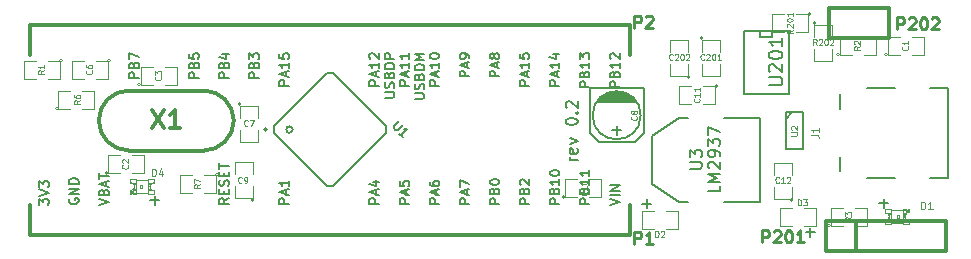
<source format=gto>
G04 (created by PCBNEW (2013-07-07 BZR 4022)-stable) date 08/01/2015 19:31:04*
%MOIN*%
G04 Gerber Fmt 3.4, Leading zero omitted, Abs format*
%FSLAX34Y34*%
G01*
G70*
G90*
G04 APERTURE LIST*
%ADD10C,0.00590551*%
%ADD11C,0.005*%
%ADD12C,0.00787402*%
%ADD13C,0.012*%
%ADD14C,0.0039*%
%ADD15C,0.0125*%
%ADD16C,0.008*%
%ADD17C,0.0026*%
%ADD18C,0.004*%
%ADD19C,0.002*%
%ADD20C,0.01*%
%ADD21C,0.0043*%
%ADD22C,0.0035*%
%ADD23C,0.0047*%
%ADD24C,0.0059*%
%ADD25C,0.006*%
%ADD26C,0.009*%
G04 APERTURE END LIST*
G54D10*
G54D11*
X47335Y-33274D02*
X47013Y-33274D01*
X47013Y-33151D01*
X47028Y-33120D01*
X47043Y-33105D01*
X47074Y-33090D01*
X47120Y-33090D01*
X47151Y-33105D01*
X47166Y-33120D01*
X47181Y-33151D01*
X47181Y-33274D01*
X47166Y-32844D02*
X47181Y-32798D01*
X47197Y-32783D01*
X47227Y-32768D01*
X47273Y-32768D01*
X47304Y-32783D01*
X47319Y-32798D01*
X47335Y-32829D01*
X47335Y-32952D01*
X47013Y-32952D01*
X47013Y-32844D01*
X47028Y-32814D01*
X47043Y-32798D01*
X47074Y-32783D01*
X47105Y-32783D01*
X47135Y-32798D01*
X47151Y-32814D01*
X47166Y-32844D01*
X47166Y-32952D01*
X47013Y-32660D02*
X47013Y-32446D01*
X47335Y-32584D01*
X49338Y-33274D02*
X49016Y-33274D01*
X49016Y-33151D01*
X49031Y-33120D01*
X49047Y-33105D01*
X49077Y-33090D01*
X49123Y-33090D01*
X49154Y-33105D01*
X49169Y-33120D01*
X49185Y-33151D01*
X49185Y-33274D01*
X49169Y-32844D02*
X49185Y-32798D01*
X49200Y-32783D01*
X49231Y-32768D01*
X49277Y-32768D01*
X49307Y-32783D01*
X49323Y-32798D01*
X49338Y-32829D01*
X49338Y-32952D01*
X49016Y-32952D01*
X49016Y-32844D01*
X49031Y-32814D01*
X49047Y-32798D01*
X49077Y-32783D01*
X49108Y-32783D01*
X49139Y-32798D01*
X49154Y-32814D01*
X49169Y-32844D01*
X49169Y-32952D01*
X49016Y-32476D02*
X49016Y-32630D01*
X49169Y-32645D01*
X49154Y-32630D01*
X49139Y-32599D01*
X49139Y-32522D01*
X49154Y-32492D01*
X49169Y-32476D01*
X49200Y-32461D01*
X49277Y-32461D01*
X49307Y-32476D01*
X49323Y-32492D01*
X49338Y-32522D01*
X49338Y-32599D01*
X49323Y-32630D01*
X49307Y-32645D01*
X50339Y-33274D02*
X50017Y-33274D01*
X50017Y-33151D01*
X50033Y-33120D01*
X50048Y-33105D01*
X50079Y-33090D01*
X50125Y-33090D01*
X50155Y-33105D01*
X50171Y-33120D01*
X50186Y-33151D01*
X50186Y-33274D01*
X50171Y-32844D02*
X50186Y-32798D01*
X50201Y-32783D01*
X50232Y-32768D01*
X50278Y-32768D01*
X50309Y-32783D01*
X50324Y-32798D01*
X50339Y-32829D01*
X50339Y-32952D01*
X50017Y-32952D01*
X50017Y-32844D01*
X50033Y-32814D01*
X50048Y-32798D01*
X50079Y-32783D01*
X50109Y-32783D01*
X50140Y-32798D01*
X50155Y-32814D01*
X50171Y-32844D01*
X50171Y-32952D01*
X50125Y-32492D02*
X50339Y-32492D01*
X50002Y-32568D02*
X50232Y-32645D01*
X50232Y-32446D01*
X51341Y-33274D02*
X51019Y-33274D01*
X51019Y-33151D01*
X51034Y-33120D01*
X51050Y-33105D01*
X51080Y-33090D01*
X51126Y-33090D01*
X51157Y-33105D01*
X51172Y-33120D01*
X51188Y-33151D01*
X51188Y-33274D01*
X51172Y-32844D02*
X51188Y-32798D01*
X51203Y-32783D01*
X51234Y-32768D01*
X51280Y-32768D01*
X51310Y-32783D01*
X51326Y-32798D01*
X51341Y-32829D01*
X51341Y-32952D01*
X51019Y-32952D01*
X51019Y-32844D01*
X51034Y-32814D01*
X51050Y-32798D01*
X51080Y-32783D01*
X51111Y-32783D01*
X51142Y-32798D01*
X51157Y-32814D01*
X51172Y-32844D01*
X51172Y-32952D01*
X51019Y-32660D02*
X51019Y-32461D01*
X51142Y-32568D01*
X51142Y-32522D01*
X51157Y-32492D01*
X51172Y-32476D01*
X51203Y-32461D01*
X51280Y-32461D01*
X51310Y-32476D01*
X51326Y-32492D01*
X51341Y-32522D01*
X51341Y-32614D01*
X51326Y-32645D01*
X51310Y-32660D01*
X52343Y-33534D02*
X52021Y-33534D01*
X52021Y-33411D01*
X52036Y-33381D01*
X52051Y-33365D01*
X52082Y-33350D01*
X52128Y-33350D01*
X52159Y-33365D01*
X52174Y-33381D01*
X52189Y-33411D01*
X52189Y-33534D01*
X52251Y-33227D02*
X52251Y-33074D01*
X52343Y-33258D02*
X52021Y-33151D01*
X52343Y-33043D01*
X52343Y-32767D02*
X52343Y-32951D01*
X52343Y-32859D02*
X52021Y-32859D01*
X52067Y-32890D01*
X52097Y-32921D01*
X52113Y-32951D01*
X52021Y-32476D02*
X52021Y-32630D01*
X52174Y-32645D01*
X52159Y-32630D01*
X52143Y-32599D01*
X52143Y-32522D01*
X52159Y-32492D01*
X52174Y-32476D01*
X52205Y-32461D01*
X52281Y-32461D01*
X52312Y-32476D01*
X52327Y-32492D01*
X52343Y-32522D01*
X52343Y-32599D01*
X52327Y-32630D01*
X52312Y-32645D01*
X55347Y-33534D02*
X55025Y-33534D01*
X55025Y-33411D01*
X55041Y-33381D01*
X55056Y-33365D01*
X55087Y-33350D01*
X55133Y-33350D01*
X55163Y-33365D01*
X55179Y-33381D01*
X55194Y-33411D01*
X55194Y-33534D01*
X55255Y-33227D02*
X55255Y-33074D01*
X55347Y-33258D02*
X55025Y-33151D01*
X55347Y-33043D01*
X55347Y-32767D02*
X55347Y-32951D01*
X55347Y-32859D02*
X55025Y-32859D01*
X55071Y-32890D01*
X55102Y-32921D01*
X55117Y-32951D01*
X55056Y-32645D02*
X55041Y-32630D01*
X55025Y-32599D01*
X55025Y-32522D01*
X55041Y-32492D01*
X55056Y-32476D01*
X55087Y-32461D01*
X55117Y-32461D01*
X55163Y-32476D01*
X55347Y-32660D01*
X55347Y-32461D01*
X55526Y-33933D02*
X55787Y-33933D01*
X55818Y-33918D01*
X55833Y-33902D01*
X55848Y-33872D01*
X55848Y-33810D01*
X55833Y-33780D01*
X55818Y-33764D01*
X55787Y-33749D01*
X55526Y-33749D01*
X55833Y-33611D02*
X55848Y-33565D01*
X55848Y-33488D01*
X55833Y-33458D01*
X55818Y-33442D01*
X55787Y-33427D01*
X55756Y-33427D01*
X55726Y-33442D01*
X55710Y-33458D01*
X55695Y-33488D01*
X55680Y-33550D01*
X55664Y-33580D01*
X55649Y-33596D01*
X55618Y-33611D01*
X55588Y-33611D01*
X55557Y-33596D01*
X55542Y-33580D01*
X55526Y-33550D01*
X55526Y-33473D01*
X55542Y-33427D01*
X55680Y-33182D02*
X55695Y-33136D01*
X55710Y-33120D01*
X55741Y-33105D01*
X55787Y-33105D01*
X55818Y-33120D01*
X55833Y-33136D01*
X55848Y-33166D01*
X55848Y-33289D01*
X55526Y-33289D01*
X55526Y-33182D01*
X55542Y-33151D01*
X55557Y-33136D01*
X55588Y-33120D01*
X55618Y-33120D01*
X55649Y-33136D01*
X55664Y-33151D01*
X55680Y-33182D01*
X55680Y-33289D01*
X55848Y-32967D02*
X55526Y-32967D01*
X55526Y-32890D01*
X55542Y-32844D01*
X55572Y-32814D01*
X55603Y-32798D01*
X55664Y-32783D01*
X55710Y-32783D01*
X55772Y-32798D01*
X55802Y-32814D01*
X55833Y-32844D01*
X55848Y-32890D01*
X55848Y-32967D01*
X55848Y-32645D02*
X55526Y-32645D01*
X55526Y-32522D01*
X55542Y-32492D01*
X55557Y-32476D01*
X55588Y-32461D01*
X55634Y-32461D01*
X55664Y-32476D01*
X55680Y-32492D01*
X55695Y-32522D01*
X55695Y-32645D01*
X56349Y-33534D02*
X56027Y-33534D01*
X56027Y-33411D01*
X56042Y-33381D01*
X56058Y-33365D01*
X56088Y-33350D01*
X56134Y-33350D01*
X56165Y-33365D01*
X56180Y-33381D01*
X56196Y-33411D01*
X56196Y-33534D01*
X56257Y-33227D02*
X56257Y-33074D01*
X56349Y-33258D02*
X56027Y-33151D01*
X56349Y-33043D01*
X56349Y-32767D02*
X56349Y-32951D01*
X56349Y-32859D02*
X56027Y-32859D01*
X56073Y-32890D01*
X56104Y-32921D01*
X56119Y-32951D01*
X56349Y-32461D02*
X56349Y-32645D01*
X56349Y-32553D02*
X56027Y-32553D01*
X56073Y-32584D01*
X56104Y-32614D01*
X56119Y-32645D01*
X56528Y-33979D02*
X56789Y-33979D01*
X56819Y-33964D01*
X56835Y-33948D01*
X56850Y-33918D01*
X56850Y-33856D01*
X56835Y-33826D01*
X56819Y-33810D01*
X56789Y-33795D01*
X56528Y-33795D01*
X56835Y-33657D02*
X56850Y-33611D01*
X56850Y-33534D01*
X56835Y-33504D01*
X56819Y-33488D01*
X56789Y-33473D01*
X56758Y-33473D01*
X56727Y-33488D01*
X56712Y-33504D01*
X56697Y-33534D01*
X56681Y-33596D01*
X56666Y-33626D01*
X56651Y-33642D01*
X56620Y-33657D01*
X56589Y-33657D01*
X56559Y-33642D01*
X56543Y-33626D01*
X56528Y-33596D01*
X56528Y-33519D01*
X56543Y-33473D01*
X56681Y-33228D02*
X56697Y-33182D01*
X56712Y-33166D01*
X56743Y-33151D01*
X56789Y-33151D01*
X56819Y-33166D01*
X56835Y-33182D01*
X56850Y-33212D01*
X56850Y-33335D01*
X56528Y-33335D01*
X56528Y-33228D01*
X56543Y-33197D01*
X56559Y-33182D01*
X56589Y-33166D01*
X56620Y-33166D01*
X56651Y-33182D01*
X56666Y-33197D01*
X56681Y-33228D01*
X56681Y-33335D01*
X56850Y-33013D02*
X56528Y-33013D01*
X56528Y-32936D01*
X56543Y-32890D01*
X56574Y-32860D01*
X56605Y-32844D01*
X56666Y-32829D01*
X56712Y-32829D01*
X56773Y-32844D01*
X56804Y-32860D01*
X56835Y-32890D01*
X56850Y-32936D01*
X56850Y-33013D01*
X56850Y-32691D02*
X56528Y-32691D01*
X56758Y-32584D01*
X56528Y-32476D01*
X56850Y-32476D01*
X57351Y-33534D02*
X57029Y-33534D01*
X57029Y-33411D01*
X57044Y-33381D01*
X57059Y-33365D01*
X57090Y-33350D01*
X57136Y-33350D01*
X57167Y-33365D01*
X57182Y-33381D01*
X57197Y-33411D01*
X57197Y-33534D01*
X57259Y-33227D02*
X57259Y-33074D01*
X57351Y-33258D02*
X57029Y-33151D01*
X57351Y-33043D01*
X57351Y-32767D02*
X57351Y-32951D01*
X57351Y-32859D02*
X57029Y-32859D01*
X57075Y-32890D01*
X57105Y-32921D01*
X57121Y-32951D01*
X57029Y-32568D02*
X57029Y-32538D01*
X57044Y-32507D01*
X57059Y-32492D01*
X57090Y-32476D01*
X57151Y-32461D01*
X57228Y-32461D01*
X57289Y-32476D01*
X57320Y-32492D01*
X57335Y-32507D01*
X57351Y-32538D01*
X57351Y-32568D01*
X57335Y-32599D01*
X57320Y-32614D01*
X57289Y-32630D01*
X57228Y-32645D01*
X57151Y-32645D01*
X57090Y-32630D01*
X57059Y-32614D01*
X57044Y-32599D01*
X57029Y-32568D01*
X58352Y-33228D02*
X58030Y-33228D01*
X58030Y-33105D01*
X58046Y-33074D01*
X58061Y-33059D01*
X58092Y-33044D01*
X58138Y-33044D01*
X58168Y-33059D01*
X58184Y-33074D01*
X58199Y-33105D01*
X58199Y-33228D01*
X58260Y-32921D02*
X58260Y-32768D01*
X58352Y-32952D02*
X58030Y-32844D01*
X58352Y-32737D01*
X58352Y-32614D02*
X58352Y-32553D01*
X58337Y-32522D01*
X58322Y-32507D01*
X58276Y-32476D01*
X58214Y-32461D01*
X58092Y-32461D01*
X58061Y-32476D01*
X58046Y-32492D01*
X58030Y-32522D01*
X58030Y-32584D01*
X58046Y-32614D01*
X58061Y-32630D01*
X58092Y-32645D01*
X58168Y-32645D01*
X58199Y-32630D01*
X58214Y-32614D01*
X58230Y-32584D01*
X58230Y-32522D01*
X58214Y-32492D01*
X58199Y-32476D01*
X58168Y-32461D01*
X59354Y-33228D02*
X59032Y-33228D01*
X59032Y-33105D01*
X59047Y-33074D01*
X59063Y-33059D01*
X59093Y-33044D01*
X59139Y-33044D01*
X59170Y-33059D01*
X59185Y-33074D01*
X59201Y-33105D01*
X59201Y-33228D01*
X59262Y-32921D02*
X59262Y-32768D01*
X59354Y-32952D02*
X59032Y-32844D01*
X59354Y-32737D01*
X59170Y-32584D02*
X59155Y-32614D01*
X59139Y-32630D01*
X59109Y-32645D01*
X59093Y-32645D01*
X59063Y-32630D01*
X59047Y-32614D01*
X59032Y-32584D01*
X59032Y-32522D01*
X59047Y-32492D01*
X59063Y-32476D01*
X59093Y-32461D01*
X59109Y-32461D01*
X59139Y-32476D01*
X59155Y-32492D01*
X59170Y-32522D01*
X59170Y-32584D01*
X59185Y-32614D01*
X59201Y-32630D01*
X59231Y-32645D01*
X59293Y-32645D01*
X59323Y-32630D01*
X59339Y-32614D01*
X59354Y-32584D01*
X59354Y-32522D01*
X59339Y-32492D01*
X59323Y-32476D01*
X59293Y-32461D01*
X59231Y-32461D01*
X59201Y-32476D01*
X59185Y-32492D01*
X59170Y-32522D01*
X60355Y-33534D02*
X60033Y-33534D01*
X60033Y-33411D01*
X60049Y-33381D01*
X60064Y-33365D01*
X60095Y-33350D01*
X60141Y-33350D01*
X60171Y-33365D01*
X60187Y-33381D01*
X60202Y-33411D01*
X60202Y-33534D01*
X60263Y-33227D02*
X60263Y-33074D01*
X60355Y-33258D02*
X60033Y-33151D01*
X60355Y-33043D01*
X60355Y-32767D02*
X60355Y-32951D01*
X60355Y-32859D02*
X60033Y-32859D01*
X60079Y-32890D01*
X60110Y-32921D01*
X60125Y-32951D01*
X60033Y-32476D02*
X60033Y-32630D01*
X60187Y-32645D01*
X60171Y-32630D01*
X60156Y-32599D01*
X60156Y-32522D01*
X60171Y-32492D01*
X60187Y-32476D01*
X60217Y-32461D01*
X60294Y-32461D01*
X60325Y-32476D01*
X60340Y-32492D01*
X60355Y-32522D01*
X60355Y-32599D01*
X60340Y-32630D01*
X60325Y-32645D01*
X61357Y-33534D02*
X61035Y-33534D01*
X61035Y-33411D01*
X61050Y-33381D01*
X61066Y-33365D01*
X61096Y-33350D01*
X61142Y-33350D01*
X61173Y-33365D01*
X61188Y-33381D01*
X61204Y-33411D01*
X61204Y-33534D01*
X61265Y-33227D02*
X61265Y-33074D01*
X61357Y-33258D02*
X61035Y-33151D01*
X61357Y-33043D01*
X61357Y-32767D02*
X61357Y-32951D01*
X61357Y-32859D02*
X61035Y-32859D01*
X61081Y-32890D01*
X61112Y-32921D01*
X61127Y-32951D01*
X61142Y-32492D02*
X61357Y-32492D01*
X61020Y-32568D02*
X61250Y-32645D01*
X61250Y-32446D01*
X62359Y-33580D02*
X62037Y-33580D01*
X62037Y-33457D01*
X62052Y-33427D01*
X62067Y-33411D01*
X62098Y-33396D01*
X62144Y-33396D01*
X62175Y-33411D01*
X62190Y-33427D01*
X62205Y-33457D01*
X62205Y-33580D01*
X62190Y-33151D02*
X62205Y-33105D01*
X62221Y-33089D01*
X62251Y-33074D01*
X62297Y-33074D01*
X62328Y-33089D01*
X62343Y-33105D01*
X62359Y-33135D01*
X62359Y-33258D01*
X62037Y-33258D01*
X62037Y-33151D01*
X62052Y-33120D01*
X62067Y-33105D01*
X62098Y-33089D01*
X62129Y-33089D01*
X62159Y-33105D01*
X62175Y-33120D01*
X62190Y-33151D01*
X62190Y-33258D01*
X62359Y-32767D02*
X62359Y-32951D01*
X62359Y-32859D02*
X62037Y-32859D01*
X62083Y-32890D01*
X62113Y-32921D01*
X62129Y-32951D01*
X62037Y-32660D02*
X62037Y-32461D01*
X62159Y-32568D01*
X62159Y-32522D01*
X62175Y-32492D01*
X62190Y-32476D01*
X62221Y-32461D01*
X62297Y-32461D01*
X62328Y-32476D01*
X62343Y-32492D01*
X62359Y-32522D01*
X62359Y-32614D01*
X62343Y-32645D01*
X62328Y-32660D01*
X63360Y-33580D02*
X63038Y-33580D01*
X63038Y-33457D01*
X63054Y-33427D01*
X63069Y-33411D01*
X63100Y-33396D01*
X63146Y-33396D01*
X63176Y-33411D01*
X63192Y-33427D01*
X63207Y-33457D01*
X63207Y-33580D01*
X63192Y-33151D02*
X63207Y-33105D01*
X63222Y-33089D01*
X63253Y-33074D01*
X63299Y-33074D01*
X63330Y-33089D01*
X63345Y-33105D01*
X63360Y-33135D01*
X63360Y-33258D01*
X63038Y-33258D01*
X63038Y-33151D01*
X63054Y-33120D01*
X63069Y-33105D01*
X63100Y-33089D01*
X63130Y-33089D01*
X63161Y-33105D01*
X63176Y-33120D01*
X63192Y-33151D01*
X63192Y-33258D01*
X63360Y-32767D02*
X63360Y-32951D01*
X63360Y-32859D02*
X63038Y-32859D01*
X63084Y-32890D01*
X63115Y-32921D01*
X63130Y-32951D01*
X63069Y-32645D02*
X63054Y-32630D01*
X63038Y-32599D01*
X63038Y-32522D01*
X63054Y-32492D01*
X63069Y-32476D01*
X63100Y-32461D01*
X63130Y-32461D01*
X63176Y-32476D01*
X63360Y-32660D01*
X63360Y-32461D01*
X44008Y-37504D02*
X44008Y-37304D01*
X44131Y-37412D01*
X44131Y-37366D01*
X44146Y-37335D01*
X44161Y-37320D01*
X44192Y-37304D01*
X44269Y-37304D01*
X44299Y-37320D01*
X44315Y-37335D01*
X44330Y-37366D01*
X44330Y-37458D01*
X44315Y-37488D01*
X44299Y-37504D01*
X44008Y-37212D02*
X44330Y-37105D01*
X44008Y-36998D01*
X44008Y-36921D02*
X44008Y-36722D01*
X44131Y-36829D01*
X44131Y-36783D01*
X44146Y-36752D01*
X44161Y-36737D01*
X44192Y-36722D01*
X44269Y-36722D01*
X44299Y-36737D01*
X44315Y-36752D01*
X44330Y-36783D01*
X44330Y-36875D01*
X44315Y-36906D01*
X44299Y-36921D01*
X45025Y-37304D02*
X45009Y-37335D01*
X45009Y-37381D01*
X45025Y-37427D01*
X45055Y-37458D01*
X45086Y-37473D01*
X45147Y-37488D01*
X45193Y-37488D01*
X45255Y-37473D01*
X45285Y-37458D01*
X45316Y-37427D01*
X45331Y-37381D01*
X45331Y-37350D01*
X45316Y-37304D01*
X45301Y-37289D01*
X45193Y-37289D01*
X45193Y-37350D01*
X45331Y-37151D02*
X45009Y-37151D01*
X45331Y-36967D01*
X45009Y-36967D01*
X45331Y-36814D02*
X45009Y-36814D01*
X45009Y-36737D01*
X45025Y-36691D01*
X45055Y-36660D01*
X45086Y-36645D01*
X45147Y-36630D01*
X45193Y-36630D01*
X45255Y-36645D01*
X45285Y-36660D01*
X45316Y-36691D01*
X45331Y-36737D01*
X45331Y-36814D01*
X46011Y-37519D02*
X46333Y-37412D01*
X46011Y-37304D01*
X46164Y-37090D02*
X46180Y-37044D01*
X46195Y-37028D01*
X46226Y-37013D01*
X46272Y-37013D01*
X46302Y-37028D01*
X46318Y-37044D01*
X46333Y-37074D01*
X46333Y-37197D01*
X46011Y-37197D01*
X46011Y-37090D01*
X46026Y-37059D01*
X46042Y-37044D01*
X46072Y-37028D01*
X46103Y-37028D01*
X46134Y-37044D01*
X46149Y-37059D01*
X46164Y-37090D01*
X46164Y-37197D01*
X46241Y-36890D02*
X46241Y-36737D01*
X46333Y-36921D02*
X46011Y-36814D01*
X46333Y-36706D01*
X46011Y-36645D02*
X46011Y-36461D01*
X46333Y-36553D02*
X46011Y-36553D01*
X50339Y-37289D02*
X50186Y-37396D01*
X50339Y-37473D02*
X50017Y-37473D01*
X50017Y-37350D01*
X50033Y-37320D01*
X50048Y-37304D01*
X50079Y-37289D01*
X50125Y-37289D01*
X50155Y-37304D01*
X50171Y-37320D01*
X50186Y-37350D01*
X50186Y-37473D01*
X50171Y-37151D02*
X50171Y-37044D01*
X50339Y-36998D02*
X50339Y-37151D01*
X50017Y-37151D01*
X50017Y-36998D01*
X50324Y-36875D02*
X50339Y-36829D01*
X50339Y-36752D01*
X50324Y-36722D01*
X50309Y-36706D01*
X50278Y-36691D01*
X50247Y-36691D01*
X50217Y-36706D01*
X50201Y-36722D01*
X50186Y-36752D01*
X50171Y-36814D01*
X50155Y-36844D01*
X50140Y-36860D01*
X50109Y-36875D01*
X50079Y-36875D01*
X50048Y-36860D01*
X50033Y-36844D01*
X50017Y-36814D01*
X50017Y-36737D01*
X50033Y-36691D01*
X50171Y-36553D02*
X50171Y-36446D01*
X50339Y-36400D02*
X50339Y-36553D01*
X50017Y-36553D01*
X50017Y-36400D01*
X50017Y-36308D02*
X50017Y-36124D01*
X50339Y-36216D02*
X50017Y-36216D01*
X52343Y-37473D02*
X52021Y-37473D01*
X52021Y-37350D01*
X52036Y-37320D01*
X52051Y-37304D01*
X52082Y-37289D01*
X52128Y-37289D01*
X52159Y-37304D01*
X52174Y-37320D01*
X52189Y-37350D01*
X52189Y-37473D01*
X52251Y-37166D02*
X52251Y-37013D01*
X52343Y-37197D02*
X52021Y-37090D01*
X52343Y-36982D01*
X52343Y-36706D02*
X52343Y-36890D01*
X52343Y-36798D02*
X52021Y-36798D01*
X52067Y-36829D01*
X52097Y-36860D01*
X52113Y-36890D01*
X55347Y-37473D02*
X55025Y-37473D01*
X55025Y-37350D01*
X55041Y-37320D01*
X55056Y-37304D01*
X55087Y-37289D01*
X55133Y-37289D01*
X55163Y-37304D01*
X55179Y-37320D01*
X55194Y-37350D01*
X55194Y-37473D01*
X55255Y-37166D02*
X55255Y-37013D01*
X55347Y-37197D02*
X55025Y-37090D01*
X55347Y-36982D01*
X55133Y-36737D02*
X55347Y-36737D01*
X55010Y-36814D02*
X55240Y-36890D01*
X55240Y-36691D01*
X56349Y-37473D02*
X56027Y-37473D01*
X56027Y-37350D01*
X56042Y-37320D01*
X56058Y-37304D01*
X56088Y-37289D01*
X56134Y-37289D01*
X56165Y-37304D01*
X56180Y-37320D01*
X56196Y-37350D01*
X56196Y-37473D01*
X56257Y-37166D02*
X56257Y-37013D01*
X56349Y-37197D02*
X56027Y-37090D01*
X56349Y-36982D01*
X56027Y-36722D02*
X56027Y-36875D01*
X56180Y-36890D01*
X56165Y-36875D01*
X56150Y-36844D01*
X56150Y-36768D01*
X56165Y-36737D01*
X56180Y-36722D01*
X56211Y-36706D01*
X56288Y-36706D01*
X56318Y-36722D01*
X56334Y-36737D01*
X56349Y-36768D01*
X56349Y-36844D01*
X56334Y-36875D01*
X56318Y-36890D01*
X57351Y-37473D02*
X57029Y-37473D01*
X57029Y-37350D01*
X57044Y-37320D01*
X57059Y-37304D01*
X57090Y-37289D01*
X57136Y-37289D01*
X57167Y-37304D01*
X57182Y-37320D01*
X57197Y-37350D01*
X57197Y-37473D01*
X57259Y-37166D02*
X57259Y-37013D01*
X57351Y-37197D02*
X57029Y-37090D01*
X57351Y-36982D01*
X57029Y-36737D02*
X57029Y-36798D01*
X57044Y-36829D01*
X57059Y-36844D01*
X57105Y-36875D01*
X57167Y-36890D01*
X57289Y-36890D01*
X57320Y-36875D01*
X57335Y-36860D01*
X57351Y-36829D01*
X57351Y-36768D01*
X57335Y-36737D01*
X57320Y-36722D01*
X57289Y-36706D01*
X57213Y-36706D01*
X57182Y-36722D01*
X57167Y-36737D01*
X57151Y-36768D01*
X57151Y-36829D01*
X57167Y-36860D01*
X57182Y-36875D01*
X57213Y-36890D01*
X58352Y-37473D02*
X58030Y-37473D01*
X58030Y-37350D01*
X58046Y-37320D01*
X58061Y-37304D01*
X58092Y-37289D01*
X58138Y-37289D01*
X58168Y-37304D01*
X58184Y-37320D01*
X58199Y-37350D01*
X58199Y-37473D01*
X58260Y-37166D02*
X58260Y-37013D01*
X58352Y-37197D02*
X58030Y-37090D01*
X58352Y-36982D01*
X58030Y-36906D02*
X58030Y-36691D01*
X58352Y-36829D01*
X59354Y-37473D02*
X59032Y-37473D01*
X59032Y-37350D01*
X59047Y-37320D01*
X59063Y-37304D01*
X59093Y-37289D01*
X59139Y-37289D01*
X59170Y-37304D01*
X59185Y-37320D01*
X59201Y-37350D01*
X59201Y-37473D01*
X59185Y-37044D02*
X59201Y-36998D01*
X59216Y-36982D01*
X59247Y-36967D01*
X59293Y-36967D01*
X59323Y-36982D01*
X59339Y-36998D01*
X59354Y-37028D01*
X59354Y-37151D01*
X59032Y-37151D01*
X59032Y-37044D01*
X59047Y-37013D01*
X59063Y-36998D01*
X59093Y-36982D01*
X59124Y-36982D01*
X59155Y-36998D01*
X59170Y-37013D01*
X59185Y-37044D01*
X59185Y-37151D01*
X59032Y-36768D02*
X59032Y-36737D01*
X59047Y-36706D01*
X59063Y-36691D01*
X59093Y-36676D01*
X59155Y-36660D01*
X59231Y-36660D01*
X59293Y-36676D01*
X59323Y-36691D01*
X59339Y-36706D01*
X59354Y-36737D01*
X59354Y-36768D01*
X59339Y-36798D01*
X59323Y-36814D01*
X59293Y-36829D01*
X59231Y-36844D01*
X59155Y-36844D01*
X59093Y-36829D01*
X59063Y-36814D01*
X59047Y-36798D01*
X59032Y-36768D01*
X60355Y-37473D02*
X60033Y-37473D01*
X60033Y-37350D01*
X60049Y-37320D01*
X60064Y-37304D01*
X60095Y-37289D01*
X60141Y-37289D01*
X60171Y-37304D01*
X60187Y-37320D01*
X60202Y-37350D01*
X60202Y-37473D01*
X60187Y-37044D02*
X60202Y-36998D01*
X60217Y-36982D01*
X60248Y-36967D01*
X60294Y-36967D01*
X60325Y-36982D01*
X60340Y-36998D01*
X60355Y-37028D01*
X60355Y-37151D01*
X60033Y-37151D01*
X60033Y-37044D01*
X60049Y-37013D01*
X60064Y-36998D01*
X60095Y-36982D01*
X60125Y-36982D01*
X60156Y-36998D01*
X60171Y-37013D01*
X60187Y-37044D01*
X60187Y-37151D01*
X60064Y-36844D02*
X60049Y-36829D01*
X60033Y-36798D01*
X60033Y-36722D01*
X60049Y-36691D01*
X60064Y-36676D01*
X60095Y-36660D01*
X60125Y-36660D01*
X60171Y-36676D01*
X60355Y-36860D01*
X60355Y-36660D01*
X61357Y-37473D02*
X61035Y-37473D01*
X61035Y-37350D01*
X61050Y-37320D01*
X61066Y-37304D01*
X61096Y-37289D01*
X61142Y-37289D01*
X61173Y-37304D01*
X61188Y-37320D01*
X61204Y-37350D01*
X61204Y-37473D01*
X61188Y-37044D02*
X61204Y-36998D01*
X61219Y-36982D01*
X61250Y-36967D01*
X61296Y-36967D01*
X61326Y-36982D01*
X61342Y-36998D01*
X61357Y-37028D01*
X61357Y-37151D01*
X61035Y-37151D01*
X61035Y-37044D01*
X61050Y-37013D01*
X61066Y-36998D01*
X61096Y-36982D01*
X61127Y-36982D01*
X61158Y-36998D01*
X61173Y-37013D01*
X61188Y-37044D01*
X61188Y-37151D01*
X61357Y-36660D02*
X61357Y-36844D01*
X61357Y-36752D02*
X61035Y-36752D01*
X61081Y-36783D01*
X61112Y-36814D01*
X61127Y-36844D01*
X61035Y-36461D02*
X61035Y-36430D01*
X61050Y-36400D01*
X61066Y-36384D01*
X61096Y-36369D01*
X61158Y-36354D01*
X61234Y-36354D01*
X61296Y-36369D01*
X61326Y-36384D01*
X61342Y-36400D01*
X61357Y-36430D01*
X61357Y-36461D01*
X61342Y-36492D01*
X61326Y-36507D01*
X61296Y-36522D01*
X61234Y-36538D01*
X61158Y-36538D01*
X61096Y-36522D01*
X61066Y-36507D01*
X61050Y-36492D01*
X61035Y-36461D01*
X62359Y-37473D02*
X62037Y-37473D01*
X62037Y-37350D01*
X62052Y-37320D01*
X62067Y-37304D01*
X62098Y-37289D01*
X62144Y-37289D01*
X62175Y-37304D01*
X62190Y-37320D01*
X62205Y-37350D01*
X62205Y-37473D01*
X62190Y-37044D02*
X62205Y-36998D01*
X62221Y-36982D01*
X62251Y-36967D01*
X62297Y-36967D01*
X62328Y-36982D01*
X62343Y-36998D01*
X62359Y-37028D01*
X62359Y-37151D01*
X62037Y-37151D01*
X62037Y-37044D01*
X62052Y-37013D01*
X62067Y-36998D01*
X62098Y-36982D01*
X62129Y-36982D01*
X62159Y-36998D01*
X62175Y-37013D01*
X62190Y-37044D01*
X62190Y-37151D01*
X62359Y-36660D02*
X62359Y-36844D01*
X62359Y-36752D02*
X62037Y-36752D01*
X62083Y-36783D01*
X62113Y-36814D01*
X62129Y-36844D01*
X62359Y-36354D02*
X62359Y-36538D01*
X62359Y-36446D02*
X62037Y-36446D01*
X62083Y-36476D01*
X62113Y-36507D01*
X62129Y-36538D01*
X63038Y-37519D02*
X63360Y-37412D01*
X63038Y-37304D01*
X63360Y-37197D02*
X63038Y-37197D01*
X63360Y-37044D02*
X63038Y-37044D01*
X63360Y-36860D01*
X63038Y-36860D01*
G54D12*
X51600Y-35000D02*
G75*
G03X51600Y-35000I-50J0D01*
G74*
G01*
G54D11*
X61961Y-36030D02*
X61695Y-36030D01*
X61771Y-36030D02*
X61733Y-36011D01*
X61714Y-35992D01*
X61695Y-35954D01*
X61695Y-35916D01*
X61942Y-35630D02*
X61961Y-35669D01*
X61961Y-35745D01*
X61942Y-35783D01*
X61904Y-35802D01*
X61752Y-35802D01*
X61714Y-35783D01*
X61695Y-35745D01*
X61695Y-35669D01*
X61714Y-35630D01*
X61752Y-35611D01*
X61790Y-35611D01*
X61828Y-35802D01*
X61695Y-35478D02*
X61961Y-35383D01*
X61695Y-35288D01*
X61561Y-34754D02*
X61561Y-34716D01*
X61580Y-34678D01*
X61600Y-34659D01*
X61638Y-34640D01*
X61714Y-34621D01*
X61809Y-34621D01*
X61885Y-34640D01*
X61923Y-34659D01*
X61942Y-34678D01*
X61961Y-34716D01*
X61961Y-34754D01*
X61942Y-34792D01*
X61923Y-34811D01*
X61885Y-34830D01*
X61809Y-34850D01*
X61714Y-34850D01*
X61638Y-34830D01*
X61600Y-34811D01*
X61580Y-34792D01*
X61561Y-34754D01*
X61923Y-34450D02*
X61942Y-34430D01*
X61961Y-34450D01*
X61942Y-34469D01*
X61923Y-34450D01*
X61961Y-34450D01*
X61600Y-34278D02*
X61580Y-34259D01*
X61561Y-34221D01*
X61561Y-34126D01*
X61580Y-34088D01*
X61600Y-34069D01*
X61638Y-34050D01*
X61676Y-34050D01*
X61733Y-34069D01*
X61961Y-34297D01*
X61961Y-34050D01*
G54D13*
X63700Y-38500D02*
X43700Y-38500D01*
X63700Y-37500D02*
X63700Y-38500D01*
X43700Y-37500D02*
X43700Y-38500D01*
X63700Y-31500D02*
X43700Y-31500D01*
X63700Y-31500D02*
X63700Y-32500D01*
X43700Y-31500D02*
X43700Y-32500D01*
G54D14*
X72300Y-32500D02*
G75*
G03X72300Y-32500I-50J0D01*
G74*
G01*
X72700Y-32500D02*
X72300Y-32500D01*
X72300Y-32500D02*
X72300Y-31900D01*
X72300Y-31900D02*
X72700Y-31900D01*
X73100Y-31900D02*
X73500Y-31900D01*
X73500Y-31900D02*
X73500Y-32500D01*
X73500Y-32500D02*
X73100Y-32500D01*
X46300Y-36450D02*
G75*
G03X46300Y-36450I-50J0D01*
G74*
G01*
X46700Y-36450D02*
X46300Y-36450D01*
X46300Y-36450D02*
X46300Y-35850D01*
X46300Y-35850D02*
X46700Y-35850D01*
X47100Y-35850D02*
X47500Y-35850D01*
X47500Y-35850D02*
X47500Y-36450D01*
X47500Y-36450D02*
X47100Y-36450D01*
X44800Y-32700D02*
G75*
G03X44800Y-32700I-50J0D01*
G74*
G01*
X44300Y-32700D02*
X44700Y-32700D01*
X44700Y-32700D02*
X44700Y-33300D01*
X44700Y-33300D02*
X44300Y-33300D01*
X43900Y-33300D02*
X43500Y-33300D01*
X43500Y-33300D02*
X43500Y-32700D01*
X43500Y-32700D02*
X43900Y-32700D01*
X47400Y-33500D02*
G75*
G03X47400Y-33500I-50J0D01*
G74*
G01*
X47800Y-33500D02*
X47400Y-33500D01*
X47400Y-33500D02*
X47400Y-32900D01*
X47400Y-32900D02*
X47800Y-32900D01*
X48200Y-32900D02*
X48600Y-32900D01*
X48600Y-32900D02*
X48600Y-33500D01*
X48600Y-33500D02*
X48200Y-33500D01*
X46400Y-32700D02*
G75*
G03X46400Y-32700I-50J0D01*
G74*
G01*
X45900Y-32700D02*
X46300Y-32700D01*
X46300Y-32700D02*
X46300Y-33300D01*
X46300Y-33300D02*
X45900Y-33300D01*
X45500Y-33300D02*
X45100Y-33300D01*
X45100Y-33300D02*
X45100Y-32700D01*
X45100Y-32700D02*
X45500Y-32700D01*
X50750Y-34150D02*
G75*
G03X50750Y-34150I-50J0D01*
G74*
G01*
X50700Y-34600D02*
X50700Y-34200D01*
X50700Y-34200D02*
X51300Y-34200D01*
X51300Y-34200D02*
X51300Y-34600D01*
X51300Y-35000D02*
X51300Y-35400D01*
X51300Y-35400D02*
X50700Y-35400D01*
X50700Y-35400D02*
X50700Y-35000D01*
G54D15*
X47000Y-35700D02*
X49500Y-35700D01*
X47000Y-33700D02*
X49500Y-33700D01*
X50500Y-34700D02*
G75*
G03X49500Y-33700I-1000J0D01*
G74*
G01*
X49500Y-35700D02*
G75*
G03X50500Y-34700I0J1000D01*
G74*
G01*
X47000Y-33700D02*
G75*
G03X46000Y-34700I0J-1000D01*
G74*
G01*
X46000Y-34700D02*
G75*
G03X47000Y-35700I1000J0D01*
G74*
G01*
G54D16*
X66850Y-37400D02*
X68050Y-37400D01*
X68050Y-37400D02*
X68050Y-34600D01*
X68050Y-34600D02*
X66850Y-34600D01*
X65650Y-37400D02*
X65350Y-37400D01*
X65350Y-37400D02*
X64450Y-36800D01*
X64450Y-36800D02*
X64450Y-35200D01*
X64450Y-35200D02*
X65350Y-34600D01*
X65350Y-34600D02*
X65650Y-34600D01*
G54D10*
X68925Y-34650D02*
X69125Y-34425D01*
X69475Y-34425D02*
X69475Y-35650D01*
X69475Y-35650D02*
X68925Y-35650D01*
X68925Y-35650D02*
X68925Y-34425D01*
X68925Y-34425D02*
X69475Y-34425D01*
X69875Y-38425D02*
X69575Y-38425D01*
X69725Y-38275D02*
X69725Y-38575D01*
G54D14*
X69500Y-37600D02*
X69900Y-37600D01*
X69900Y-37600D02*
X69900Y-38200D01*
X69900Y-38200D02*
X69500Y-38200D01*
X69100Y-38200D02*
X68700Y-38200D01*
X68700Y-38200D02*
X68700Y-37600D01*
X68700Y-37600D02*
X69100Y-37600D01*
G54D10*
X64125Y-37475D02*
X64425Y-37475D01*
X64275Y-37625D02*
X64275Y-37325D01*
G54D14*
X64500Y-38300D02*
X64100Y-38300D01*
X64100Y-38300D02*
X64100Y-37700D01*
X64100Y-37700D02*
X64500Y-37700D01*
X64900Y-37700D02*
X65300Y-37700D01*
X65300Y-37700D02*
X65300Y-38300D01*
X65300Y-38300D02*
X64900Y-38300D01*
X70400Y-38200D02*
G75*
G03X70400Y-38200I-50J0D01*
G74*
G01*
X70800Y-38200D02*
X70400Y-38200D01*
X70400Y-38200D02*
X70400Y-37600D01*
X70400Y-37600D02*
X70800Y-37600D01*
X71200Y-37600D02*
X71600Y-37600D01*
X71600Y-37600D02*
X71600Y-38200D01*
X71600Y-38200D02*
X71200Y-38200D01*
X69150Y-37350D02*
G75*
G03X69150Y-37350I-50J0D01*
G74*
G01*
X69100Y-36900D02*
X69100Y-37300D01*
X69100Y-37300D02*
X68500Y-37300D01*
X68500Y-37300D02*
X68500Y-36900D01*
X68500Y-36500D02*
X68500Y-36100D01*
X68500Y-36100D02*
X69100Y-36100D01*
X69100Y-36100D02*
X69100Y-36500D01*
X50000Y-36500D02*
G75*
G03X50000Y-36500I-50J0D01*
G74*
G01*
X49500Y-36500D02*
X49900Y-36500D01*
X49900Y-36500D02*
X49900Y-37100D01*
X49900Y-37100D02*
X49500Y-37100D01*
X49100Y-37100D02*
X48700Y-37100D01*
X48700Y-37100D02*
X48700Y-36500D01*
X48700Y-36500D02*
X49100Y-36500D01*
X70700Y-32500D02*
G75*
G03X70700Y-32500I-50J0D01*
G74*
G01*
X71100Y-32500D02*
X70700Y-32500D01*
X70700Y-32500D02*
X70700Y-31900D01*
X70700Y-31900D02*
X71100Y-31900D01*
X71500Y-31900D02*
X71900Y-31900D01*
X71900Y-31900D02*
X71900Y-32500D01*
X71900Y-32500D02*
X71500Y-32500D01*
X44650Y-34300D02*
G75*
G03X44650Y-34300I-50J0D01*
G74*
G01*
X45050Y-34300D02*
X44650Y-34300D01*
X44650Y-34300D02*
X44650Y-33700D01*
X44650Y-33700D02*
X45050Y-33700D01*
X45450Y-33700D02*
X45850Y-33700D01*
X45850Y-33700D02*
X45850Y-34300D01*
X45850Y-34300D02*
X45450Y-34300D01*
X51186Y-37344D02*
G75*
G03X51186Y-37344I-50J0D01*
G74*
G01*
X51136Y-36894D02*
X51136Y-37294D01*
X51136Y-37294D02*
X50536Y-37294D01*
X50536Y-37294D02*
X50536Y-36894D01*
X50536Y-36494D02*
X50536Y-36094D01*
X50536Y-36094D02*
X51136Y-36094D01*
X51136Y-36094D02*
X51136Y-36494D01*
X66650Y-33550D02*
G75*
G03X66650Y-33550I-50J0D01*
G74*
G01*
X66150Y-33550D02*
X66550Y-33550D01*
X66550Y-33550D02*
X66550Y-34150D01*
X66550Y-34150D02*
X66150Y-34150D01*
X65750Y-34150D02*
X65350Y-34150D01*
X65350Y-34150D02*
X65350Y-33550D01*
X65350Y-33550D02*
X65750Y-33550D01*
X61550Y-37250D02*
G75*
G03X61550Y-37250I-50J0D01*
G74*
G01*
X61950Y-37250D02*
X61550Y-37250D01*
X61550Y-37250D02*
X61550Y-36650D01*
X61550Y-36650D02*
X61950Y-36650D01*
X62350Y-36650D02*
X62750Y-36650D01*
X62750Y-36650D02*
X62750Y-37250D01*
X62750Y-37250D02*
X62350Y-37250D01*
G54D11*
X74300Y-33600D02*
X73721Y-33600D01*
X74300Y-36600D02*
X73721Y-36600D01*
X70700Y-34300D02*
X70700Y-33800D01*
X71595Y-33600D02*
X72540Y-33600D01*
X74300Y-36600D02*
X74300Y-33600D01*
X71595Y-36600D02*
X72540Y-36600D01*
X70700Y-36399D02*
X70700Y-35926D01*
G54D10*
X47875Y-37200D02*
X47875Y-37500D01*
X48025Y-37350D02*
X47725Y-37350D01*
G54D17*
X47254Y-36782D02*
X47254Y-36654D01*
X47254Y-36654D02*
X47057Y-36654D01*
X47057Y-36782D02*
X47057Y-36654D01*
X47254Y-36782D02*
X47057Y-36782D01*
X47254Y-37027D02*
X47254Y-36968D01*
X47254Y-36968D02*
X47155Y-36968D01*
X47155Y-37027D02*
X47155Y-36968D01*
X47254Y-37027D02*
X47155Y-37027D01*
X47254Y-36832D02*
X47254Y-36773D01*
X47254Y-36773D02*
X47155Y-36773D01*
X47155Y-36832D02*
X47155Y-36773D01*
X47254Y-36832D02*
X47155Y-36832D01*
X47254Y-36978D02*
X47254Y-36822D01*
X47254Y-36822D02*
X47185Y-36822D01*
X47185Y-36978D02*
X47185Y-36822D01*
X47254Y-36978D02*
X47185Y-36978D01*
X47843Y-36782D02*
X47843Y-36654D01*
X47843Y-36654D02*
X47646Y-36654D01*
X47646Y-36782D02*
X47646Y-36654D01*
X47843Y-36782D02*
X47646Y-36782D01*
X47843Y-37146D02*
X47843Y-37018D01*
X47843Y-37018D02*
X47646Y-37018D01*
X47646Y-37146D02*
X47646Y-37018D01*
X47843Y-37146D02*
X47646Y-37146D01*
X47745Y-36832D02*
X47745Y-36773D01*
X47745Y-36773D02*
X47646Y-36773D01*
X47646Y-36832D02*
X47646Y-36773D01*
X47745Y-36832D02*
X47646Y-36832D01*
X47745Y-37027D02*
X47745Y-36968D01*
X47745Y-36968D02*
X47646Y-36968D01*
X47646Y-37027D02*
X47646Y-36968D01*
X47745Y-37027D02*
X47646Y-37027D01*
X47715Y-36978D02*
X47715Y-36822D01*
X47715Y-36822D02*
X47646Y-36822D01*
X47646Y-36978D02*
X47646Y-36822D01*
X47715Y-36978D02*
X47646Y-36978D01*
X47450Y-36939D02*
X47450Y-36861D01*
X47450Y-36861D02*
X47372Y-36861D01*
X47372Y-36939D02*
X47372Y-36861D01*
X47450Y-36939D02*
X47372Y-36939D01*
X47254Y-37136D02*
X47254Y-37018D01*
X47254Y-37018D02*
X47136Y-37018D01*
X47136Y-37136D02*
X47136Y-37018D01*
X47254Y-37136D02*
X47136Y-37136D01*
X47086Y-37146D02*
X47086Y-37057D01*
X47086Y-37057D02*
X47057Y-37057D01*
X47057Y-37146D02*
X47057Y-37057D01*
X47086Y-37146D02*
X47057Y-37146D01*
G54D18*
X47244Y-36674D02*
X47656Y-36674D01*
X47646Y-37126D02*
X47086Y-37126D01*
G54D19*
X47144Y-37077D02*
G75*
G03X47144Y-37077I-28J0D01*
G74*
G01*
G54D18*
X47057Y-37037D02*
G75*
G03X47057Y-36763I0J137D01*
G74*
G01*
X47843Y-36763D02*
G75*
G03X47843Y-37037I0J-137D01*
G74*
G01*
G54D10*
X72175Y-37600D02*
X72175Y-37300D01*
X72025Y-37450D02*
X72325Y-37450D01*
G54D17*
X72796Y-38018D02*
X72796Y-38146D01*
X72796Y-38146D02*
X72993Y-38146D01*
X72993Y-38018D02*
X72993Y-38146D01*
X72796Y-38018D02*
X72993Y-38018D01*
X72796Y-37773D02*
X72796Y-37832D01*
X72796Y-37832D02*
X72895Y-37832D01*
X72895Y-37773D02*
X72895Y-37832D01*
X72796Y-37773D02*
X72895Y-37773D01*
X72796Y-37968D02*
X72796Y-38027D01*
X72796Y-38027D02*
X72895Y-38027D01*
X72895Y-37968D02*
X72895Y-38027D01*
X72796Y-37968D02*
X72895Y-37968D01*
X72796Y-37822D02*
X72796Y-37978D01*
X72796Y-37978D02*
X72865Y-37978D01*
X72865Y-37822D02*
X72865Y-37978D01*
X72796Y-37822D02*
X72865Y-37822D01*
X72207Y-38018D02*
X72207Y-38146D01*
X72207Y-38146D02*
X72404Y-38146D01*
X72404Y-38018D02*
X72404Y-38146D01*
X72207Y-38018D02*
X72404Y-38018D01*
X72207Y-37654D02*
X72207Y-37782D01*
X72207Y-37782D02*
X72404Y-37782D01*
X72404Y-37654D02*
X72404Y-37782D01*
X72207Y-37654D02*
X72404Y-37654D01*
X72305Y-37968D02*
X72305Y-38027D01*
X72305Y-38027D02*
X72404Y-38027D01*
X72404Y-37968D02*
X72404Y-38027D01*
X72305Y-37968D02*
X72404Y-37968D01*
X72305Y-37773D02*
X72305Y-37832D01*
X72305Y-37832D02*
X72404Y-37832D01*
X72404Y-37773D02*
X72404Y-37832D01*
X72305Y-37773D02*
X72404Y-37773D01*
X72335Y-37822D02*
X72335Y-37978D01*
X72335Y-37978D02*
X72404Y-37978D01*
X72404Y-37822D02*
X72404Y-37978D01*
X72335Y-37822D02*
X72404Y-37822D01*
X72600Y-37861D02*
X72600Y-37939D01*
X72600Y-37939D02*
X72678Y-37939D01*
X72678Y-37861D02*
X72678Y-37939D01*
X72600Y-37861D02*
X72678Y-37861D01*
X72796Y-37664D02*
X72796Y-37782D01*
X72796Y-37782D02*
X72914Y-37782D01*
X72914Y-37664D02*
X72914Y-37782D01*
X72796Y-37664D02*
X72914Y-37664D01*
X72964Y-37654D02*
X72964Y-37743D01*
X72964Y-37743D02*
X72993Y-37743D01*
X72993Y-37654D02*
X72993Y-37743D01*
X72964Y-37654D02*
X72993Y-37654D01*
G54D18*
X72806Y-38126D02*
X72394Y-38126D01*
X72404Y-37674D02*
X72964Y-37674D01*
G54D19*
X72962Y-37723D02*
G75*
G03X72962Y-37723I-28J0D01*
G74*
G01*
G54D18*
X72993Y-37763D02*
G75*
G03X72993Y-38037I0J-137D01*
G74*
G01*
X72207Y-38037D02*
G75*
G03X72207Y-37763I0J137D01*
G74*
G01*
G54D11*
X63264Y-35174D02*
X63264Y-34874D01*
X63414Y-35024D02*
X63114Y-35024D01*
X62364Y-35124D02*
X62364Y-33624D01*
X63864Y-35424D02*
X62664Y-35424D01*
X62364Y-35124D02*
X62664Y-35424D01*
X64164Y-35124D02*
X64164Y-33624D01*
X64164Y-35124D02*
X63864Y-35424D01*
X63214Y-33724D02*
X63314Y-33724D01*
X63514Y-33774D02*
X63014Y-33774D01*
X62914Y-33824D02*
X63614Y-33824D01*
X62814Y-33874D02*
X63714Y-33874D01*
X63764Y-33924D02*
X62764Y-33924D01*
X62714Y-33974D02*
X63814Y-33974D01*
X63864Y-34024D02*
X62664Y-34024D01*
X63914Y-34074D02*
X62614Y-34074D01*
X64064Y-34524D02*
G75*
G03X64064Y-34524I-800J0D01*
G74*
G01*
X64164Y-33624D02*
X62364Y-33624D01*
X52468Y-35000D02*
G75*
G03X52468Y-35000I-111J0D01*
G74*
G01*
X53806Y-36873D02*
X53593Y-36873D01*
X53593Y-36873D02*
X51826Y-35106D01*
X51826Y-35106D02*
X51826Y-34893D01*
X51826Y-34893D02*
X53593Y-33126D01*
X53593Y-33126D02*
X53806Y-33126D01*
X53806Y-33126D02*
X55573Y-34893D01*
X55573Y-34893D02*
X55573Y-35106D01*
X55573Y-35106D02*
X53806Y-36873D01*
X67550Y-31700D02*
X67500Y-31700D01*
X67500Y-31700D02*
X67500Y-33800D01*
X69000Y-33800D02*
X69000Y-31700D01*
X69000Y-31700D02*
X67550Y-31700D01*
X68450Y-31700D02*
X68450Y-31900D01*
X68450Y-31900D02*
X68050Y-31900D01*
X68050Y-31900D02*
X68050Y-31700D01*
X69000Y-33800D02*
X67500Y-33800D01*
G54D14*
X65700Y-33250D02*
G75*
G03X65700Y-33250I-50J0D01*
G74*
G01*
X65650Y-32800D02*
X65650Y-33200D01*
X65650Y-33200D02*
X65050Y-33200D01*
X65050Y-33200D02*
X65050Y-32800D01*
X65050Y-32400D02*
X65050Y-32000D01*
X65050Y-32000D02*
X65650Y-32000D01*
X65650Y-32000D02*
X65650Y-32400D01*
X66150Y-31950D02*
G75*
G03X66150Y-31950I-50J0D01*
G74*
G01*
X66100Y-32400D02*
X66100Y-32000D01*
X66100Y-32000D02*
X66700Y-32000D01*
X66700Y-32000D02*
X66700Y-32400D01*
X66700Y-32800D02*
X66700Y-33200D01*
X66700Y-33200D02*
X66100Y-33200D01*
X66100Y-33200D02*
X66100Y-32800D01*
X69750Y-31150D02*
G75*
G03X69750Y-31150I-50J0D01*
G74*
G01*
X69250Y-31150D02*
X69650Y-31150D01*
X69650Y-31150D02*
X69650Y-31750D01*
X69650Y-31750D02*
X69250Y-31750D01*
X68850Y-31750D02*
X68450Y-31750D01*
X68450Y-31750D02*
X68450Y-31150D01*
X68450Y-31150D02*
X68850Y-31150D01*
X69900Y-31450D02*
G75*
G03X69900Y-31450I-50J0D01*
G74*
G01*
X69850Y-31900D02*
X69850Y-31500D01*
X69850Y-31500D02*
X70450Y-31500D01*
X70450Y-31500D02*
X70450Y-31900D01*
X70450Y-32300D02*
X70450Y-32700D01*
X70450Y-32700D02*
X69850Y-32700D01*
X69850Y-32700D02*
X69850Y-32300D01*
G54D13*
X70250Y-38050D02*
X70250Y-38050D01*
X70250Y-39050D02*
X70250Y-38050D01*
X70250Y-38050D02*
X70250Y-38050D01*
X70250Y-38050D02*
X74250Y-38050D01*
X74250Y-38050D02*
X74250Y-39050D01*
X74250Y-39050D02*
X70250Y-39050D01*
X71250Y-39050D02*
X71250Y-38050D01*
X70350Y-31950D02*
X70350Y-30950D01*
X70350Y-30950D02*
X72350Y-30950D01*
X72350Y-30950D02*
X72350Y-31950D01*
X72350Y-31950D02*
X70350Y-31950D01*
G54D20*
X63854Y-38811D02*
X63854Y-38411D01*
X64007Y-38411D01*
X64045Y-38430D01*
X64064Y-38450D01*
X64083Y-38488D01*
X64083Y-38545D01*
X64064Y-38583D01*
X64045Y-38602D01*
X64007Y-38621D01*
X63854Y-38621D01*
X64464Y-38811D02*
X64235Y-38811D01*
X64350Y-38811D02*
X64350Y-38411D01*
X64311Y-38469D01*
X64273Y-38507D01*
X64235Y-38526D01*
X63854Y-31611D02*
X63854Y-31211D01*
X64007Y-31211D01*
X64045Y-31230D01*
X64064Y-31250D01*
X64083Y-31288D01*
X64083Y-31345D01*
X64064Y-31383D01*
X64045Y-31402D01*
X64007Y-31421D01*
X63854Y-31421D01*
X64235Y-31250D02*
X64254Y-31230D01*
X64292Y-31211D01*
X64388Y-31211D01*
X64426Y-31230D01*
X64445Y-31250D01*
X64464Y-31288D01*
X64464Y-31326D01*
X64445Y-31383D01*
X64216Y-31611D01*
X64464Y-31611D01*
G54D21*
X72960Y-32232D02*
X72970Y-32242D01*
X72979Y-32270D01*
X72979Y-32289D01*
X72970Y-32317D01*
X72951Y-32336D01*
X72932Y-32345D01*
X72895Y-32354D01*
X72867Y-32354D01*
X72829Y-32345D01*
X72810Y-32336D01*
X72792Y-32317D01*
X72782Y-32289D01*
X72782Y-32270D01*
X72792Y-32242D01*
X72801Y-32232D01*
X72979Y-32045D02*
X72979Y-32157D01*
X72979Y-32101D02*
X72782Y-32101D01*
X72810Y-32120D01*
X72829Y-32139D01*
X72839Y-32157D01*
X46960Y-36182D02*
X46970Y-36192D01*
X46979Y-36220D01*
X46979Y-36239D01*
X46970Y-36267D01*
X46951Y-36286D01*
X46932Y-36295D01*
X46895Y-36304D01*
X46867Y-36304D01*
X46829Y-36295D01*
X46810Y-36286D01*
X46792Y-36267D01*
X46782Y-36239D01*
X46782Y-36220D01*
X46792Y-36192D01*
X46801Y-36182D01*
X46801Y-36107D02*
X46792Y-36098D01*
X46782Y-36079D01*
X46782Y-36032D01*
X46792Y-36013D01*
X46801Y-36004D01*
X46820Y-35995D01*
X46839Y-35995D01*
X46867Y-36004D01*
X46979Y-36117D01*
X46979Y-35995D01*
X44179Y-33032D02*
X44085Y-33098D01*
X44179Y-33145D02*
X43982Y-33145D01*
X43982Y-33070D01*
X43992Y-33051D01*
X44001Y-33042D01*
X44020Y-33032D01*
X44048Y-33032D01*
X44067Y-33042D01*
X44076Y-33051D01*
X44085Y-33070D01*
X44085Y-33145D01*
X44179Y-32845D02*
X44179Y-32957D01*
X44179Y-32901D02*
X43982Y-32901D01*
X44010Y-32920D01*
X44029Y-32939D01*
X44039Y-32957D01*
X48060Y-33232D02*
X48070Y-33242D01*
X48079Y-33270D01*
X48079Y-33289D01*
X48070Y-33317D01*
X48051Y-33336D01*
X48032Y-33345D01*
X47995Y-33354D01*
X47967Y-33354D01*
X47929Y-33345D01*
X47910Y-33336D01*
X47892Y-33317D01*
X47882Y-33289D01*
X47882Y-33270D01*
X47892Y-33242D01*
X47901Y-33232D01*
X47882Y-33167D02*
X47882Y-33045D01*
X47957Y-33110D01*
X47957Y-33082D01*
X47967Y-33063D01*
X47976Y-33054D01*
X47995Y-33045D01*
X48042Y-33045D01*
X48060Y-33054D01*
X48070Y-33063D01*
X48079Y-33082D01*
X48079Y-33139D01*
X48070Y-33157D01*
X48060Y-33167D01*
X45760Y-33032D02*
X45770Y-33042D01*
X45779Y-33070D01*
X45779Y-33089D01*
X45770Y-33117D01*
X45751Y-33136D01*
X45732Y-33145D01*
X45695Y-33154D01*
X45667Y-33154D01*
X45629Y-33145D01*
X45610Y-33136D01*
X45592Y-33117D01*
X45582Y-33089D01*
X45582Y-33070D01*
X45592Y-33042D01*
X45601Y-33032D01*
X45582Y-32863D02*
X45582Y-32901D01*
X45592Y-32920D01*
X45601Y-32929D01*
X45629Y-32948D01*
X45667Y-32957D01*
X45742Y-32957D01*
X45760Y-32948D01*
X45770Y-32939D01*
X45779Y-32920D01*
X45779Y-32882D01*
X45770Y-32863D01*
X45760Y-32854D01*
X45742Y-32845D01*
X45695Y-32845D01*
X45676Y-32854D01*
X45667Y-32863D01*
X45657Y-32882D01*
X45657Y-32920D01*
X45667Y-32939D01*
X45676Y-32948D01*
X45695Y-32957D01*
X50967Y-34860D02*
X50957Y-34870D01*
X50929Y-34879D01*
X50910Y-34879D01*
X50882Y-34870D01*
X50863Y-34851D01*
X50854Y-34832D01*
X50845Y-34795D01*
X50845Y-34767D01*
X50854Y-34729D01*
X50863Y-34710D01*
X50882Y-34692D01*
X50910Y-34682D01*
X50929Y-34682D01*
X50957Y-34692D01*
X50967Y-34701D01*
X51032Y-34682D02*
X51164Y-34682D01*
X51079Y-34879D01*
G54D13*
X47764Y-34342D02*
X48164Y-34942D01*
X48164Y-34342D02*
X47764Y-34942D01*
X48707Y-34942D02*
X48364Y-34942D01*
X48535Y-34942D02*
X48535Y-34342D01*
X48478Y-34428D01*
X48421Y-34485D01*
X48364Y-34514D01*
G54D16*
X65711Y-36304D02*
X66035Y-36304D01*
X66073Y-36285D01*
X66092Y-36266D01*
X66111Y-36228D01*
X66111Y-36152D01*
X66092Y-36114D01*
X66073Y-36095D01*
X66035Y-36076D01*
X65711Y-36076D01*
X65711Y-35923D02*
X65711Y-35676D01*
X65864Y-35809D01*
X65864Y-35752D01*
X65883Y-35714D01*
X65902Y-35695D01*
X65940Y-35676D01*
X66035Y-35676D01*
X66073Y-35695D01*
X66092Y-35714D01*
X66111Y-35752D01*
X66111Y-35866D01*
X66092Y-35904D01*
X66073Y-35923D01*
X66711Y-36866D02*
X66711Y-37057D01*
X66311Y-37057D01*
X66711Y-36733D02*
X66311Y-36733D01*
X66597Y-36600D01*
X66311Y-36466D01*
X66711Y-36466D01*
X66350Y-36295D02*
X66330Y-36276D01*
X66311Y-36238D01*
X66311Y-36142D01*
X66330Y-36104D01*
X66350Y-36085D01*
X66388Y-36066D01*
X66426Y-36066D01*
X66483Y-36085D01*
X66711Y-36314D01*
X66711Y-36066D01*
X66711Y-35876D02*
X66711Y-35799D01*
X66692Y-35761D01*
X66673Y-35742D01*
X66616Y-35704D01*
X66540Y-35685D01*
X66388Y-35685D01*
X66350Y-35704D01*
X66330Y-35723D01*
X66311Y-35761D01*
X66311Y-35838D01*
X66330Y-35876D01*
X66350Y-35895D01*
X66388Y-35914D01*
X66483Y-35914D01*
X66521Y-35895D01*
X66540Y-35876D01*
X66559Y-35838D01*
X66559Y-35761D01*
X66540Y-35723D01*
X66521Y-35704D01*
X66483Y-35685D01*
X66311Y-35552D02*
X66311Y-35304D01*
X66464Y-35438D01*
X66464Y-35380D01*
X66483Y-35342D01*
X66502Y-35323D01*
X66540Y-35304D01*
X66635Y-35304D01*
X66673Y-35323D01*
X66692Y-35342D01*
X66711Y-35380D01*
X66711Y-35495D01*
X66692Y-35533D01*
X66673Y-35552D01*
X66311Y-35171D02*
X66311Y-34904D01*
X66711Y-35076D01*
G54D21*
X69082Y-35200D02*
X69242Y-35200D01*
X69260Y-35190D01*
X69270Y-35181D01*
X69279Y-35162D01*
X69279Y-35125D01*
X69270Y-35106D01*
X69260Y-35096D01*
X69242Y-35087D01*
X69082Y-35087D01*
X69101Y-35003D02*
X69092Y-34993D01*
X69082Y-34974D01*
X69082Y-34928D01*
X69092Y-34909D01*
X69101Y-34899D01*
X69120Y-34890D01*
X69139Y-34890D01*
X69167Y-34899D01*
X69279Y-35012D01*
X69279Y-34890D01*
X69304Y-37529D02*
X69304Y-37332D01*
X69351Y-37332D01*
X69379Y-37342D01*
X69398Y-37360D01*
X69407Y-37379D01*
X69417Y-37417D01*
X69417Y-37445D01*
X69407Y-37482D01*
X69398Y-37501D01*
X69379Y-37520D01*
X69351Y-37529D01*
X69304Y-37529D01*
X69482Y-37332D02*
X69604Y-37332D01*
X69539Y-37407D01*
X69567Y-37407D01*
X69586Y-37417D01*
X69595Y-37426D01*
X69604Y-37445D01*
X69604Y-37492D01*
X69595Y-37510D01*
X69586Y-37520D01*
X69567Y-37529D01*
X69510Y-37529D01*
X69492Y-37520D01*
X69482Y-37510D01*
X64554Y-38579D02*
X64554Y-38382D01*
X64601Y-38382D01*
X64629Y-38392D01*
X64648Y-38410D01*
X64657Y-38429D01*
X64667Y-38467D01*
X64667Y-38495D01*
X64657Y-38532D01*
X64648Y-38551D01*
X64629Y-38570D01*
X64601Y-38579D01*
X64554Y-38579D01*
X64742Y-38401D02*
X64751Y-38392D01*
X64770Y-38382D01*
X64817Y-38382D01*
X64836Y-38392D01*
X64845Y-38401D01*
X64854Y-38420D01*
X64854Y-38439D01*
X64845Y-38467D01*
X64732Y-38579D01*
X64854Y-38579D01*
X71079Y-37932D02*
X70985Y-37998D01*
X71079Y-38045D02*
X70882Y-38045D01*
X70882Y-37970D01*
X70892Y-37951D01*
X70901Y-37942D01*
X70920Y-37932D01*
X70948Y-37932D01*
X70967Y-37942D01*
X70976Y-37951D01*
X70985Y-37970D01*
X70985Y-38045D01*
X70882Y-37867D02*
X70882Y-37745D01*
X70957Y-37810D01*
X70957Y-37782D01*
X70967Y-37763D01*
X70976Y-37754D01*
X70995Y-37745D01*
X71042Y-37745D01*
X71060Y-37754D01*
X71070Y-37763D01*
X71079Y-37782D01*
X71079Y-37839D01*
X71070Y-37857D01*
X71060Y-37867D01*
X68673Y-36760D02*
X68663Y-36770D01*
X68635Y-36779D01*
X68617Y-36779D01*
X68588Y-36770D01*
X68570Y-36751D01*
X68560Y-36732D01*
X68551Y-36695D01*
X68551Y-36667D01*
X68560Y-36629D01*
X68570Y-36610D01*
X68588Y-36592D01*
X68617Y-36582D01*
X68635Y-36582D01*
X68663Y-36592D01*
X68673Y-36601D01*
X68860Y-36779D02*
X68748Y-36779D01*
X68804Y-36779D02*
X68804Y-36582D01*
X68785Y-36610D01*
X68767Y-36629D01*
X68748Y-36639D01*
X68936Y-36601D02*
X68945Y-36592D01*
X68964Y-36582D01*
X69011Y-36582D01*
X69029Y-36592D01*
X69039Y-36601D01*
X69048Y-36620D01*
X69048Y-36639D01*
X69039Y-36667D01*
X68926Y-36779D01*
X69048Y-36779D01*
X49379Y-36832D02*
X49285Y-36898D01*
X49379Y-36945D02*
X49182Y-36945D01*
X49182Y-36870D01*
X49192Y-36851D01*
X49201Y-36842D01*
X49220Y-36832D01*
X49248Y-36832D01*
X49267Y-36842D01*
X49276Y-36851D01*
X49285Y-36870D01*
X49285Y-36945D01*
X49182Y-36767D02*
X49182Y-36635D01*
X49379Y-36720D01*
X71379Y-32232D02*
X71285Y-32298D01*
X71379Y-32345D02*
X71182Y-32345D01*
X71182Y-32270D01*
X71192Y-32251D01*
X71201Y-32242D01*
X71220Y-32232D01*
X71248Y-32232D01*
X71267Y-32242D01*
X71276Y-32251D01*
X71285Y-32270D01*
X71285Y-32345D01*
X71201Y-32157D02*
X71192Y-32148D01*
X71182Y-32129D01*
X71182Y-32082D01*
X71192Y-32063D01*
X71201Y-32054D01*
X71220Y-32045D01*
X71239Y-32045D01*
X71267Y-32054D01*
X71379Y-32167D01*
X71379Y-32045D01*
X45379Y-34032D02*
X45285Y-34098D01*
X45379Y-34145D02*
X45182Y-34145D01*
X45182Y-34070D01*
X45192Y-34051D01*
X45201Y-34042D01*
X45220Y-34032D01*
X45248Y-34032D01*
X45267Y-34042D01*
X45276Y-34051D01*
X45285Y-34070D01*
X45285Y-34145D01*
X45182Y-33863D02*
X45182Y-33901D01*
X45192Y-33920D01*
X45201Y-33929D01*
X45229Y-33948D01*
X45267Y-33957D01*
X45342Y-33957D01*
X45360Y-33948D01*
X45370Y-33939D01*
X45379Y-33920D01*
X45379Y-33882D01*
X45370Y-33863D01*
X45360Y-33854D01*
X45342Y-33845D01*
X45295Y-33845D01*
X45276Y-33854D01*
X45267Y-33863D01*
X45257Y-33882D01*
X45257Y-33920D01*
X45267Y-33939D01*
X45276Y-33948D01*
X45295Y-33957D01*
X50767Y-36760D02*
X50757Y-36770D01*
X50729Y-36779D01*
X50710Y-36779D01*
X50682Y-36770D01*
X50663Y-36751D01*
X50654Y-36732D01*
X50645Y-36695D01*
X50645Y-36667D01*
X50654Y-36629D01*
X50663Y-36610D01*
X50682Y-36592D01*
X50710Y-36582D01*
X50729Y-36582D01*
X50757Y-36592D01*
X50767Y-36601D01*
X50860Y-36779D02*
X50898Y-36779D01*
X50917Y-36770D01*
X50926Y-36760D01*
X50945Y-36732D01*
X50954Y-36695D01*
X50954Y-36620D01*
X50945Y-36601D01*
X50936Y-36592D01*
X50917Y-36582D01*
X50879Y-36582D01*
X50860Y-36592D01*
X50851Y-36601D01*
X50842Y-36620D01*
X50842Y-36667D01*
X50851Y-36685D01*
X50860Y-36695D01*
X50879Y-36704D01*
X50917Y-36704D01*
X50936Y-36695D01*
X50945Y-36685D01*
X50954Y-36667D01*
X66010Y-33976D02*
X66020Y-33986D01*
X66029Y-34014D01*
X66029Y-34032D01*
X66020Y-34061D01*
X66001Y-34079D01*
X65982Y-34089D01*
X65945Y-34098D01*
X65917Y-34098D01*
X65879Y-34089D01*
X65860Y-34079D01*
X65842Y-34061D01*
X65832Y-34032D01*
X65832Y-34014D01*
X65842Y-33986D01*
X65851Y-33976D01*
X66029Y-33789D02*
X66029Y-33901D01*
X66029Y-33845D02*
X65832Y-33845D01*
X65860Y-33864D01*
X65879Y-33882D01*
X65889Y-33901D01*
X66029Y-33601D02*
X66029Y-33713D01*
X66029Y-33657D02*
X65832Y-33657D01*
X65860Y-33676D01*
X65879Y-33695D01*
X65889Y-33713D01*
X62260Y-37076D02*
X62270Y-37086D01*
X62279Y-37114D01*
X62279Y-37132D01*
X62270Y-37161D01*
X62251Y-37179D01*
X62232Y-37189D01*
X62195Y-37198D01*
X62167Y-37198D01*
X62129Y-37189D01*
X62110Y-37179D01*
X62092Y-37161D01*
X62082Y-37132D01*
X62082Y-37114D01*
X62092Y-37086D01*
X62101Y-37076D01*
X62279Y-36889D02*
X62279Y-37001D01*
X62279Y-36945D02*
X62082Y-36945D01*
X62110Y-36964D01*
X62129Y-36982D01*
X62139Y-37001D01*
X62082Y-36767D02*
X62082Y-36748D01*
X62092Y-36729D01*
X62101Y-36720D01*
X62120Y-36710D01*
X62157Y-36701D01*
X62204Y-36701D01*
X62242Y-36710D01*
X62260Y-36720D01*
X62270Y-36729D01*
X62279Y-36748D01*
X62279Y-36767D01*
X62270Y-36785D01*
X62260Y-36795D01*
X62242Y-36804D01*
X62204Y-36813D01*
X62157Y-36813D01*
X62120Y-36804D01*
X62101Y-36795D01*
X62092Y-36785D01*
X62082Y-36767D01*
G54D22*
X69751Y-35183D02*
X69929Y-35183D01*
X69965Y-35195D01*
X69989Y-35219D01*
X70001Y-35254D01*
X70001Y-35278D01*
X70001Y-34933D02*
X70001Y-35076D01*
X70001Y-35004D02*
X69751Y-35004D01*
X69786Y-35028D01*
X69810Y-35052D01*
X69822Y-35076D01*
G54D21*
X47765Y-36551D02*
X47765Y-36301D01*
X47825Y-36301D01*
X47860Y-36313D01*
X47884Y-36336D01*
X47896Y-36360D01*
X47908Y-36408D01*
X47908Y-36444D01*
X47896Y-36491D01*
X47884Y-36515D01*
X47860Y-36539D01*
X47825Y-36551D01*
X47765Y-36551D01*
X48122Y-36384D02*
X48122Y-36551D01*
X48063Y-36289D02*
X48003Y-36467D01*
X48158Y-36467D01*
X73415Y-37651D02*
X73415Y-37401D01*
X73475Y-37401D01*
X73510Y-37413D01*
X73534Y-37436D01*
X73546Y-37460D01*
X73558Y-37508D01*
X73558Y-37544D01*
X73546Y-37591D01*
X73534Y-37615D01*
X73510Y-37639D01*
X73475Y-37651D01*
X73415Y-37651D01*
X73796Y-37651D02*
X73653Y-37651D01*
X73725Y-37651D02*
X73725Y-37401D01*
X73701Y-37436D01*
X73677Y-37460D01*
X73653Y-37472D01*
G54D23*
X63925Y-34557D02*
X63935Y-34567D01*
X63944Y-34595D01*
X63944Y-34613D01*
X63935Y-34642D01*
X63916Y-34660D01*
X63897Y-34670D01*
X63860Y-34679D01*
X63832Y-34679D01*
X63794Y-34670D01*
X63775Y-34660D01*
X63757Y-34642D01*
X63747Y-34613D01*
X63747Y-34595D01*
X63757Y-34567D01*
X63766Y-34557D01*
X63832Y-34445D02*
X63822Y-34463D01*
X63813Y-34473D01*
X63794Y-34482D01*
X63785Y-34482D01*
X63766Y-34473D01*
X63757Y-34463D01*
X63747Y-34445D01*
X63747Y-34407D01*
X63757Y-34388D01*
X63766Y-34379D01*
X63785Y-34370D01*
X63794Y-34370D01*
X63813Y-34379D01*
X63822Y-34388D01*
X63832Y-34407D01*
X63832Y-34445D01*
X63841Y-34463D01*
X63850Y-34473D01*
X63869Y-34482D01*
X63907Y-34482D01*
X63925Y-34473D01*
X63935Y-34463D01*
X63944Y-34445D01*
X63944Y-34407D01*
X63935Y-34388D01*
X63925Y-34379D01*
X63907Y-34370D01*
X63869Y-34370D01*
X63850Y-34379D01*
X63841Y-34388D01*
X63832Y-34407D01*
G54D24*
X56015Y-34716D02*
X55846Y-34885D01*
X55836Y-34915D01*
X55836Y-34935D01*
X55846Y-34965D01*
X55886Y-35004D01*
X55915Y-35014D01*
X55935Y-35014D01*
X55965Y-35004D01*
X56134Y-34836D01*
X56134Y-35253D02*
X56015Y-35134D01*
X56074Y-35193D02*
X56283Y-34985D01*
X56233Y-34995D01*
X56194Y-34995D01*
X56164Y-34985D01*
G54D25*
X68332Y-33521D02*
X68696Y-33521D01*
X68739Y-33500D01*
X68760Y-33478D01*
X68782Y-33435D01*
X68782Y-33350D01*
X68760Y-33307D01*
X68739Y-33285D01*
X68696Y-33264D01*
X68332Y-33264D01*
X68375Y-33071D02*
X68353Y-33049D01*
X68332Y-33007D01*
X68332Y-32899D01*
X68353Y-32857D01*
X68375Y-32835D01*
X68417Y-32814D01*
X68460Y-32814D01*
X68525Y-32835D01*
X68782Y-33092D01*
X68782Y-32814D01*
X68332Y-32535D02*
X68332Y-32492D01*
X68353Y-32450D01*
X68375Y-32428D01*
X68417Y-32407D01*
X68503Y-32385D01*
X68610Y-32385D01*
X68696Y-32407D01*
X68739Y-32428D01*
X68760Y-32450D01*
X68782Y-32492D01*
X68782Y-32535D01*
X68760Y-32578D01*
X68739Y-32600D01*
X68696Y-32621D01*
X68610Y-32642D01*
X68503Y-32642D01*
X68417Y-32621D01*
X68375Y-32600D01*
X68353Y-32578D01*
X68332Y-32535D01*
X68782Y-31957D02*
X68782Y-32214D01*
X68782Y-32085D02*
X68332Y-32085D01*
X68396Y-32128D01*
X68439Y-32171D01*
X68460Y-32214D01*
G54D21*
X65129Y-32660D02*
X65120Y-32670D01*
X65092Y-32679D01*
X65073Y-32679D01*
X65045Y-32670D01*
X65026Y-32651D01*
X65016Y-32632D01*
X65007Y-32595D01*
X65007Y-32567D01*
X65016Y-32529D01*
X65026Y-32510D01*
X65045Y-32492D01*
X65073Y-32482D01*
X65092Y-32482D01*
X65120Y-32492D01*
X65129Y-32501D01*
X65204Y-32501D02*
X65213Y-32492D01*
X65232Y-32482D01*
X65279Y-32482D01*
X65298Y-32492D01*
X65307Y-32501D01*
X65317Y-32520D01*
X65317Y-32539D01*
X65307Y-32567D01*
X65195Y-32679D01*
X65317Y-32679D01*
X65439Y-32482D02*
X65457Y-32482D01*
X65476Y-32492D01*
X65486Y-32501D01*
X65495Y-32520D01*
X65504Y-32557D01*
X65504Y-32604D01*
X65495Y-32642D01*
X65486Y-32660D01*
X65476Y-32670D01*
X65457Y-32679D01*
X65439Y-32679D01*
X65420Y-32670D01*
X65410Y-32660D01*
X65401Y-32642D01*
X65392Y-32604D01*
X65392Y-32557D01*
X65401Y-32520D01*
X65410Y-32501D01*
X65420Y-32492D01*
X65439Y-32482D01*
X65579Y-32501D02*
X65589Y-32492D01*
X65607Y-32482D01*
X65654Y-32482D01*
X65673Y-32492D01*
X65683Y-32501D01*
X65692Y-32520D01*
X65692Y-32539D01*
X65683Y-32567D01*
X65570Y-32679D01*
X65692Y-32679D01*
X66179Y-32660D02*
X66170Y-32670D01*
X66142Y-32679D01*
X66123Y-32679D01*
X66095Y-32670D01*
X66076Y-32651D01*
X66066Y-32632D01*
X66057Y-32595D01*
X66057Y-32567D01*
X66066Y-32529D01*
X66076Y-32510D01*
X66095Y-32492D01*
X66123Y-32482D01*
X66142Y-32482D01*
X66170Y-32492D01*
X66179Y-32501D01*
X66254Y-32501D02*
X66263Y-32492D01*
X66282Y-32482D01*
X66329Y-32482D01*
X66348Y-32492D01*
X66357Y-32501D01*
X66367Y-32520D01*
X66367Y-32539D01*
X66357Y-32567D01*
X66245Y-32679D01*
X66367Y-32679D01*
X66489Y-32482D02*
X66507Y-32482D01*
X66526Y-32492D01*
X66536Y-32501D01*
X66545Y-32520D01*
X66554Y-32557D01*
X66554Y-32604D01*
X66545Y-32642D01*
X66536Y-32660D01*
X66526Y-32670D01*
X66507Y-32679D01*
X66489Y-32679D01*
X66470Y-32670D01*
X66460Y-32660D01*
X66451Y-32642D01*
X66442Y-32604D01*
X66442Y-32557D01*
X66451Y-32520D01*
X66460Y-32501D01*
X66470Y-32492D01*
X66489Y-32482D01*
X66742Y-32679D02*
X66629Y-32679D01*
X66686Y-32679D02*
X66686Y-32482D01*
X66667Y-32510D01*
X66648Y-32529D01*
X66629Y-32539D01*
X69129Y-31670D02*
X69035Y-31736D01*
X69129Y-31783D02*
X68932Y-31783D01*
X68932Y-31707D01*
X68942Y-31689D01*
X68951Y-31679D01*
X68970Y-31670D01*
X68998Y-31670D01*
X69017Y-31679D01*
X69026Y-31689D01*
X69035Y-31707D01*
X69035Y-31783D01*
X68951Y-31595D02*
X68942Y-31586D01*
X68932Y-31567D01*
X68932Y-31520D01*
X68942Y-31501D01*
X68951Y-31492D01*
X68970Y-31482D01*
X68989Y-31482D01*
X69017Y-31492D01*
X69129Y-31604D01*
X69129Y-31482D01*
X68932Y-31360D02*
X68932Y-31342D01*
X68942Y-31323D01*
X68951Y-31313D01*
X68970Y-31304D01*
X69007Y-31295D01*
X69054Y-31295D01*
X69092Y-31304D01*
X69110Y-31313D01*
X69120Y-31323D01*
X69129Y-31342D01*
X69129Y-31360D01*
X69120Y-31379D01*
X69110Y-31389D01*
X69092Y-31398D01*
X69054Y-31407D01*
X69007Y-31407D01*
X68970Y-31398D01*
X68951Y-31389D01*
X68942Y-31379D01*
X68932Y-31360D01*
X69129Y-31107D02*
X69129Y-31220D01*
X69129Y-31163D02*
X68932Y-31163D01*
X68960Y-31182D01*
X68979Y-31201D01*
X68989Y-31220D01*
X69929Y-32179D02*
X69863Y-32085D01*
X69816Y-32179D02*
X69816Y-31982D01*
X69892Y-31982D01*
X69910Y-31992D01*
X69920Y-32001D01*
X69929Y-32020D01*
X69929Y-32048D01*
X69920Y-32067D01*
X69910Y-32076D01*
X69892Y-32085D01*
X69816Y-32085D01*
X70004Y-32001D02*
X70013Y-31992D01*
X70032Y-31982D01*
X70079Y-31982D01*
X70098Y-31992D01*
X70107Y-32001D01*
X70117Y-32020D01*
X70117Y-32039D01*
X70107Y-32067D01*
X69995Y-32179D01*
X70117Y-32179D01*
X70239Y-31982D02*
X70257Y-31982D01*
X70276Y-31992D01*
X70286Y-32001D01*
X70295Y-32020D01*
X70304Y-32057D01*
X70304Y-32104D01*
X70295Y-32142D01*
X70286Y-32160D01*
X70276Y-32170D01*
X70257Y-32179D01*
X70239Y-32179D01*
X70220Y-32170D01*
X70210Y-32160D01*
X70201Y-32142D01*
X70192Y-32104D01*
X70192Y-32057D01*
X70201Y-32020D01*
X70210Y-32001D01*
X70220Y-31992D01*
X70239Y-31982D01*
X70379Y-32001D02*
X70389Y-31992D01*
X70407Y-31982D01*
X70454Y-31982D01*
X70473Y-31992D01*
X70483Y-32001D01*
X70492Y-32020D01*
X70492Y-32039D01*
X70483Y-32067D01*
X70370Y-32179D01*
X70492Y-32179D01*
G54D26*
X68123Y-38761D02*
X68123Y-38361D01*
X68276Y-38361D01*
X68314Y-38380D01*
X68333Y-38400D01*
X68352Y-38438D01*
X68352Y-38495D01*
X68333Y-38533D01*
X68314Y-38552D01*
X68276Y-38571D01*
X68123Y-38571D01*
X68504Y-38400D02*
X68523Y-38380D01*
X68561Y-38361D01*
X68657Y-38361D01*
X68695Y-38380D01*
X68714Y-38400D01*
X68733Y-38438D01*
X68733Y-38476D01*
X68714Y-38533D01*
X68485Y-38761D01*
X68733Y-38761D01*
X68980Y-38361D02*
X69019Y-38361D01*
X69057Y-38380D01*
X69076Y-38400D01*
X69095Y-38438D01*
X69114Y-38514D01*
X69114Y-38609D01*
X69095Y-38685D01*
X69076Y-38723D01*
X69057Y-38742D01*
X69019Y-38761D01*
X68980Y-38761D01*
X68942Y-38742D01*
X68923Y-38723D01*
X68904Y-38685D01*
X68885Y-38609D01*
X68885Y-38514D01*
X68904Y-38438D01*
X68923Y-38400D01*
X68942Y-38380D01*
X68980Y-38361D01*
X69495Y-38761D02*
X69266Y-38761D01*
X69380Y-38761D02*
X69380Y-38361D01*
X69342Y-38419D01*
X69304Y-38457D01*
X69266Y-38476D01*
X72623Y-31661D02*
X72623Y-31261D01*
X72776Y-31261D01*
X72814Y-31280D01*
X72833Y-31300D01*
X72852Y-31338D01*
X72852Y-31395D01*
X72833Y-31433D01*
X72814Y-31452D01*
X72776Y-31471D01*
X72623Y-31471D01*
X73004Y-31300D02*
X73023Y-31280D01*
X73061Y-31261D01*
X73157Y-31261D01*
X73195Y-31280D01*
X73214Y-31300D01*
X73233Y-31338D01*
X73233Y-31376D01*
X73214Y-31433D01*
X72985Y-31661D01*
X73233Y-31661D01*
X73480Y-31261D02*
X73519Y-31261D01*
X73557Y-31280D01*
X73576Y-31300D01*
X73595Y-31338D01*
X73614Y-31414D01*
X73614Y-31509D01*
X73595Y-31585D01*
X73576Y-31623D01*
X73557Y-31642D01*
X73519Y-31661D01*
X73480Y-31661D01*
X73442Y-31642D01*
X73423Y-31623D01*
X73404Y-31585D01*
X73385Y-31509D01*
X73385Y-31414D01*
X73404Y-31338D01*
X73423Y-31300D01*
X73442Y-31280D01*
X73480Y-31261D01*
X73766Y-31300D02*
X73785Y-31280D01*
X73823Y-31261D01*
X73919Y-31261D01*
X73957Y-31280D01*
X73976Y-31300D01*
X73995Y-31338D01*
X73995Y-31376D01*
X73976Y-31433D01*
X73747Y-31661D01*
X73995Y-31661D01*
M02*

</source>
